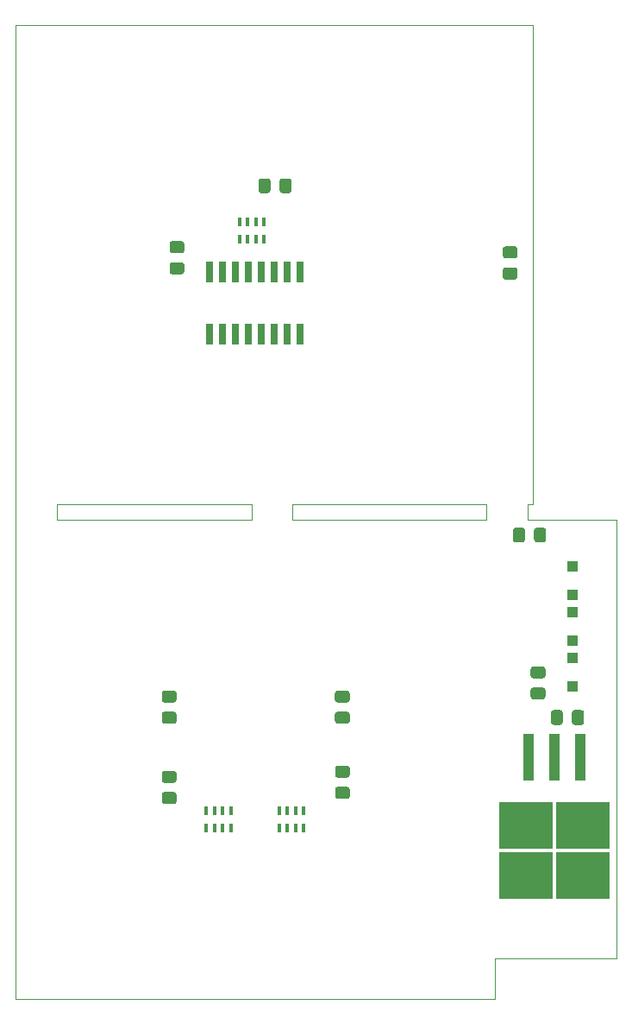
<source format=gtp>
G04 #@! TF.GenerationSoftware,KiCad,Pcbnew,5.1.9*
G04 #@! TF.CreationDate,2021-05-20T11:39:59+02:00*
G04 #@! TF.ProjectId,68040_68060_adapter,36383034-305f-4363-9830-36305f616461,0.2*
G04 #@! TF.SameCoordinates,Original*
G04 #@! TF.FileFunction,Paste,Top*
G04 #@! TF.FilePolarity,Positive*
%FSLAX46Y46*%
G04 Gerber Fmt 4.6, Leading zero omitted, Abs format (unit mm)*
G04 Created by KiCad (PCBNEW 5.1.9) date 2021-05-20 11:39:59*
%MOMM*%
%LPD*%
G01*
G04 APERTURE LIST*
G04 #@! TA.AperFunction,Profile*
%ADD10C,0.050000*%
G04 #@! TD*
%ADD11R,5.250000X4.550000*%
%ADD12R,1.100000X4.600000*%
%ADD13R,0.400000X0.900000*%
%ADD14R,1.100000X1.100000*%
%ADD15R,0.660400X2.032000*%
G04 APERTURE END LIST*
D10*
X161928800Y-90550000D02*
X162500000Y-90550000D01*
X161928800Y-90550000D02*
X161928800Y-92151000D01*
X158750000Y-135128000D02*
X170688000Y-135128000D01*
X158750000Y-139141200D02*
X158750000Y-135128000D01*
X157930000Y-92140000D02*
X138810000Y-92140000D01*
X138810000Y-90550000D02*
X157930000Y-90550000D01*
X157930000Y-90550000D02*
X157930000Y-92140000D01*
X138810000Y-90550000D02*
X138810000Y-92140000D01*
X111644200Y-43561000D02*
X111644200Y-139141000D01*
X134850000Y-92140000D02*
X115730000Y-92140000D01*
X115730000Y-90550000D02*
X134850000Y-90550000D01*
X134850000Y-90550000D02*
X134850000Y-92140000D01*
X162500000Y-90550000D02*
X162500000Y-43561000D01*
X170699200Y-92151000D02*
X161928800Y-92151000D01*
X115730000Y-90550000D02*
X115730000Y-92140000D01*
X162500000Y-43561000D02*
X111644200Y-43561000D01*
X111644200Y-139141000D02*
X158750000Y-139141200D01*
X170688000Y-135128000D02*
X170699200Y-92151000D01*
D11*
X161817000Y-122108000D03*
X167367000Y-126958000D03*
X167367000Y-122108000D03*
X161817000Y-126958000D03*
D12*
X162052000Y-115383000D03*
X164592000Y-115383000D03*
X167132000Y-115383000D03*
G36*
G01*
X159752000Y-67376000D02*
X160702000Y-67376000D01*
G75*
G02*
X160952000Y-67626000I0J-250000D01*
G01*
X160952000Y-68301000D01*
G75*
G02*
X160702000Y-68551000I-250000J0D01*
G01*
X159752000Y-68551000D01*
G75*
G02*
X159502000Y-68301000I0J250000D01*
G01*
X159502000Y-67626000D01*
G75*
G02*
X159752000Y-67376000I250000J0D01*
G01*
G37*
G36*
G01*
X159752000Y-65301000D02*
X160702000Y-65301000D01*
G75*
G02*
X160952000Y-65551000I0J-250000D01*
G01*
X160952000Y-66226000D01*
G75*
G02*
X160702000Y-66476000I-250000J0D01*
G01*
X159752000Y-66476000D01*
G75*
G02*
X159502000Y-66226000I0J250000D01*
G01*
X159502000Y-65551000D01*
G75*
G02*
X159752000Y-65301000I250000J0D01*
G01*
G37*
G36*
G01*
X162590000Y-94085000D02*
X162590000Y-93135000D01*
G75*
G02*
X162840000Y-92885000I250000J0D01*
G01*
X163515000Y-92885000D01*
G75*
G02*
X163765000Y-93135000I0J-250000D01*
G01*
X163765000Y-94085000D01*
G75*
G02*
X163515000Y-94335000I-250000J0D01*
G01*
X162840000Y-94335000D01*
G75*
G02*
X162590000Y-94085000I0J250000D01*
G01*
G37*
G36*
G01*
X160515000Y-94085000D02*
X160515000Y-93135000D01*
G75*
G02*
X160765000Y-92885000I250000J0D01*
G01*
X161440000Y-92885000D01*
G75*
G02*
X161690000Y-93135000I0J-250000D01*
G01*
X161690000Y-94085000D01*
G75*
G02*
X161440000Y-94335000I-250000J0D01*
G01*
X160765000Y-94335000D01*
G75*
G02*
X160515000Y-94085000I0J250000D01*
G01*
G37*
G36*
G01*
X166312000Y-111981000D02*
X166312000Y-111031000D01*
G75*
G02*
X166562000Y-110781000I250000J0D01*
G01*
X167237000Y-110781000D01*
G75*
G02*
X167487000Y-111031000I0J-250000D01*
G01*
X167487000Y-111981000D01*
G75*
G02*
X167237000Y-112231000I-250000J0D01*
G01*
X166562000Y-112231000D01*
G75*
G02*
X166312000Y-111981000I0J250000D01*
G01*
G37*
G36*
G01*
X164237000Y-111981000D02*
X164237000Y-111031000D01*
G75*
G02*
X164487000Y-110781000I250000J0D01*
G01*
X165162000Y-110781000D01*
G75*
G02*
X165412000Y-111031000I0J-250000D01*
G01*
X165412000Y-111981000D01*
G75*
G02*
X165162000Y-112231000I-250000J0D01*
G01*
X164487000Y-112231000D01*
G75*
G02*
X164237000Y-111981000I0J250000D01*
G01*
G37*
G36*
G01*
X163445880Y-107661520D02*
X162495880Y-107661520D01*
G75*
G02*
X162245880Y-107411520I0J250000D01*
G01*
X162245880Y-106736520D01*
G75*
G02*
X162495880Y-106486520I250000J0D01*
G01*
X163445880Y-106486520D01*
G75*
G02*
X163695880Y-106736520I0J-250000D01*
G01*
X163695880Y-107411520D01*
G75*
G02*
X163445880Y-107661520I-250000J0D01*
G01*
G37*
G36*
G01*
X163445880Y-109736520D02*
X162495880Y-109736520D01*
G75*
G02*
X162245880Y-109486520I0J250000D01*
G01*
X162245880Y-108811520D01*
G75*
G02*
X162495880Y-108561520I250000J0D01*
G01*
X163445880Y-108561520D01*
G75*
G02*
X163695880Y-108811520I0J-250000D01*
G01*
X163695880Y-109486520D01*
G75*
G02*
X163445880Y-109736520I-250000J0D01*
G01*
G37*
G36*
G01*
X127988450Y-65971000D02*
X127038450Y-65971000D01*
G75*
G02*
X126788450Y-65721000I0J250000D01*
G01*
X126788450Y-65046000D01*
G75*
G02*
X127038450Y-64796000I250000J0D01*
G01*
X127988450Y-64796000D01*
G75*
G02*
X128238450Y-65046000I0J-250000D01*
G01*
X128238450Y-65721000D01*
G75*
G02*
X127988450Y-65971000I-250000J0D01*
G01*
G37*
G36*
G01*
X127988450Y-68046000D02*
X127038450Y-68046000D01*
G75*
G02*
X126788450Y-67796000I0J250000D01*
G01*
X126788450Y-67121000D01*
G75*
G02*
X127038450Y-66871000I250000J0D01*
G01*
X127988450Y-66871000D01*
G75*
G02*
X128238450Y-67121000I0J-250000D01*
G01*
X128238450Y-67796000D01*
G75*
G02*
X127988450Y-68046000I-250000J0D01*
G01*
G37*
G36*
G01*
X137600200Y-59827200D02*
X137600200Y-58877200D01*
G75*
G02*
X137850200Y-58627200I250000J0D01*
G01*
X138525200Y-58627200D01*
G75*
G02*
X138775200Y-58877200I0J-250000D01*
G01*
X138775200Y-59827200D01*
G75*
G02*
X138525200Y-60077200I-250000J0D01*
G01*
X137850200Y-60077200D01*
G75*
G02*
X137600200Y-59827200I0J250000D01*
G01*
G37*
G36*
G01*
X135525200Y-59827200D02*
X135525200Y-58877200D01*
G75*
G02*
X135775200Y-58627200I250000J0D01*
G01*
X136450200Y-58627200D01*
G75*
G02*
X136700200Y-58877200I0J-250000D01*
G01*
X136700200Y-59827200D01*
G75*
G02*
X136450200Y-60077200I-250000J0D01*
G01*
X135775200Y-60077200D01*
G75*
G02*
X135525200Y-59827200I0J250000D01*
G01*
G37*
G36*
G01*
X127221000Y-117914000D02*
X126271000Y-117914000D01*
G75*
G02*
X126021000Y-117664000I0J250000D01*
G01*
X126021000Y-116989000D01*
G75*
G02*
X126271000Y-116739000I250000J0D01*
G01*
X127221000Y-116739000D01*
G75*
G02*
X127471000Y-116989000I0J-250000D01*
G01*
X127471000Y-117664000D01*
G75*
G02*
X127221000Y-117914000I-250000J0D01*
G01*
G37*
G36*
G01*
X127221000Y-119989000D02*
X126271000Y-119989000D01*
G75*
G02*
X126021000Y-119739000I0J250000D01*
G01*
X126021000Y-119064000D01*
G75*
G02*
X126271000Y-118814000I250000J0D01*
G01*
X127221000Y-118814000D01*
G75*
G02*
X127471000Y-119064000I0J-250000D01*
G01*
X127471000Y-119739000D01*
G75*
G02*
X127221000Y-119989000I-250000J0D01*
G01*
G37*
G36*
G01*
X143281800Y-110940000D02*
X144231800Y-110940000D01*
G75*
G02*
X144481800Y-111190000I0J-250000D01*
G01*
X144481800Y-111865000D01*
G75*
G02*
X144231800Y-112115000I-250000J0D01*
G01*
X143281800Y-112115000D01*
G75*
G02*
X143031800Y-111865000I0J250000D01*
G01*
X143031800Y-111190000D01*
G75*
G02*
X143281800Y-110940000I250000J0D01*
G01*
G37*
G36*
G01*
X143281800Y-108865000D02*
X144231800Y-108865000D01*
G75*
G02*
X144481800Y-109115000I0J-250000D01*
G01*
X144481800Y-109790000D01*
G75*
G02*
X144231800Y-110040000I-250000J0D01*
G01*
X143281800Y-110040000D01*
G75*
G02*
X143031800Y-109790000I0J250000D01*
G01*
X143031800Y-109115000D01*
G75*
G02*
X143281800Y-108865000I250000J0D01*
G01*
G37*
G36*
G01*
X126271000Y-110940000D02*
X127221000Y-110940000D01*
G75*
G02*
X127471000Y-111190000I0J-250000D01*
G01*
X127471000Y-111865000D01*
G75*
G02*
X127221000Y-112115000I-250000J0D01*
G01*
X126271000Y-112115000D01*
G75*
G02*
X126021000Y-111865000I0J250000D01*
G01*
X126021000Y-111190000D01*
G75*
G02*
X126271000Y-110940000I250000J0D01*
G01*
G37*
G36*
G01*
X126271000Y-108865000D02*
X127221000Y-108865000D01*
G75*
G02*
X127471000Y-109115000I0J-250000D01*
G01*
X127471000Y-109790000D01*
G75*
G02*
X127221000Y-110040000I-250000J0D01*
G01*
X126271000Y-110040000D01*
G75*
G02*
X126021000Y-109790000I0J250000D01*
G01*
X126021000Y-109115000D01*
G75*
G02*
X126271000Y-108865000I250000J0D01*
G01*
G37*
G36*
G01*
X144235400Y-117406000D02*
X143285400Y-117406000D01*
G75*
G02*
X143035400Y-117156000I0J250000D01*
G01*
X143035400Y-116481000D01*
G75*
G02*
X143285400Y-116231000I250000J0D01*
G01*
X144235400Y-116231000D01*
G75*
G02*
X144485400Y-116481000I0J-250000D01*
G01*
X144485400Y-117156000D01*
G75*
G02*
X144235400Y-117406000I-250000J0D01*
G01*
G37*
G36*
G01*
X144235400Y-119481000D02*
X143285400Y-119481000D01*
G75*
G02*
X143035400Y-119231000I0J250000D01*
G01*
X143035400Y-118556000D01*
G75*
G02*
X143285400Y-118306000I250000J0D01*
G01*
X144235400Y-118306000D01*
G75*
G02*
X144485400Y-118556000I0J-250000D01*
G01*
X144485400Y-119231000D01*
G75*
G02*
X144235400Y-119481000I-250000J0D01*
G01*
G37*
D13*
X133675000Y-64575000D03*
X134475000Y-64575000D03*
X135275000Y-64575000D03*
X136075000Y-64575000D03*
X133675000Y-62875000D03*
X136075000Y-62875000D03*
X134475000Y-62875000D03*
X135275000Y-62875000D03*
X139175000Y-120625000D03*
X138375000Y-120625000D03*
X139975000Y-120625000D03*
X137575000Y-120625000D03*
X139975000Y-122325000D03*
X139175000Y-122325000D03*
X138375000Y-122325000D03*
X137575000Y-122325000D03*
X130400000Y-122325000D03*
X131200000Y-122325000D03*
X132000000Y-122325000D03*
X132800000Y-122325000D03*
X130400000Y-120625000D03*
X132800000Y-120625000D03*
X131200000Y-120625000D03*
X132000000Y-120625000D03*
D14*
X166400000Y-99450000D03*
X166400000Y-96650000D03*
X166400000Y-101150000D03*
X166400000Y-103950000D03*
X166400000Y-108475000D03*
X166400000Y-105675000D03*
D15*
X139602200Y-67792600D03*
X139602200Y-73939400D03*
X138332200Y-67792600D03*
X137062200Y-67792600D03*
X138332200Y-73939400D03*
X137062200Y-73939400D03*
X135792200Y-67792600D03*
X135792200Y-73939400D03*
X134522200Y-67792600D03*
X134522200Y-73939400D03*
X133252200Y-67792600D03*
X131982200Y-67792600D03*
X133252200Y-73939400D03*
X131982200Y-73939400D03*
X130712200Y-67792600D03*
X130712200Y-73939400D03*
M02*

</source>
